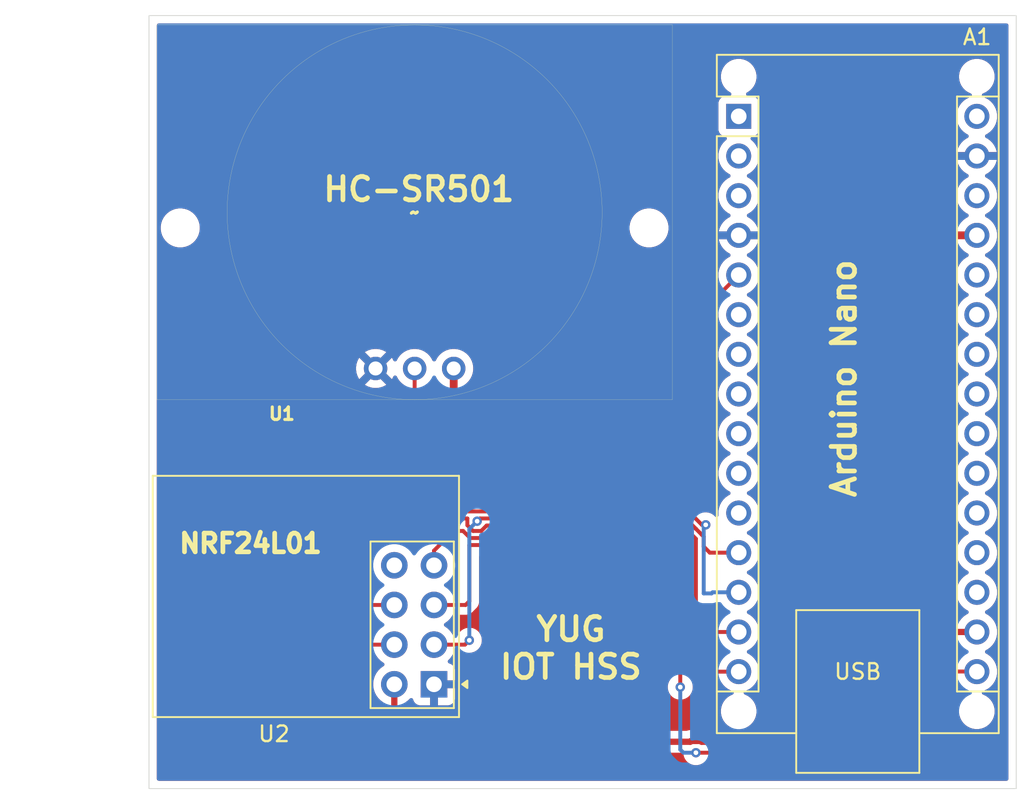
<source format=kicad_pcb>
(kicad_pcb (version 20241229) (generator "pcbnew") (generator_version "9.0")
  (title_block (title "IOT HSS-NODE") (date "2025-08-24") (rev "1"))
  (layers (0 "F.Cu" signal) (2 "B.Cu" signal) (13 "F.Paste" user) (15 "B.Paste" user) (5 "F.SilkS" user "F.Silkscreen") (7 "B.SilkS" user "B.Silkscreen") (1 "F.Mask" user) (3 "B.Mask" user) (25 "Edge.Cuts" user))
  (net 0 "")
  (net 2 "Net-(A1-D9)")
  (net 6 "Net-(A1-D12)")
  (net 8 "Net-(A1-D10)")
  (net 9 "Net-(A1-D13)")
  (net 10 "+3.3V")
  (net 14 "Net-(A1-D2)")
  (net 20 "Net-(A1-D11)")
  (net 22 "GND")
  (net 24 "+5V")
  (footprint "RF_Module:nRF24L01_Breakout(BORDER)" (layer "F.Cu") (at 94.74 76.82 180)
    (property "Reference" "U2" (at 10.24 -3.18 180) (layer "F.SilkS"))
    (property "Value" "NRF24L01")
    (fp_line (start 18 13.35) (end -1.6 13.35) (stroke (width 0.12)) (layer "F.SilkS"))
    (fp_line (start 18 -2.1) (end 18 13.35) (stroke (width 0.12)) (layer "F.SilkS"))
    (fp_line (start 4.064 9.144) (end -1.27 9.144) (stroke (width 0.12)) (layer "F.SilkS"))
    (fp_line (start 4.064 -1.524) (end 4.064 9.144) (stroke (width 0.12)) (layer "F.SilkS"))
    (fp_line (start -1.27 9.144) (end -1.27 9.144) (stroke (width 0.12)) (layer "F.SilkS"))
    (fp_line (start -1.27 9.144) (end -1.27 -1.524) (stroke (width 0.12)) (layer "F.SilkS"))
    (fp_line (start -1.27 -1.524) (end 4.064 -1.524) (stroke (width 0.12)) (layer "F.SilkS"))
    (fp_line (start -1.27 -1.524) (end -1.27 -1.524) (stroke (width 0.12)) (layer "F.SilkS"))
    (fp_line (start -1.6 13.35) (end -1.6 -2.1) (stroke (width 0.12)) (layer "F.SilkS"))
    (fp_line (start -1.6 -2.1) (end 18 -2.1) (stroke (width 0.12)) (layer "F.SilkS"))
    (fp_line (start -1.6 -2.1) (end -1.6 -2.1) (stroke (width 0.12)) (layer "F.SilkS"))
    (fp_poly (pts (xy -1.8 0) (xy -2.136 0.24) (xy -2.136 -0.24) (xy -1.8 0)) (stroke (width 0.12)) (fill yes) (layer "F.SilkS"))
    (pad "1" thru_hole rect (at 0 0 180) (size 1.7 1.7) (drill 1) (layers "*.Cu" "*.Mask") (net 22 "GND"))
    (pad "2" thru_hole circle (at 2.54 0 180) (size 1.7 1.7) (drill 1) (layers "*.Cu" "*.Mask") (net 10 "+3.3V"))
    (pad "3" thru_hole circle (at 0 2.54 180) (size 1.7 1.7) (drill 1) (layers "*.Cu" "*.Mask") (net 2 "Net-(A1-D9)"))
    (pad "4" thru_hole circle (at 2.54 2.54 180) (size 1.7 1.7) (drill 1) (layers "*.Cu" "*.Mask") (net 8 "Net-(A1-D10)"))
    (pad "5" thru_hole circle (at 0 5.08 180) (size 1.7 1.7) (drill 1) (layers "*.Cu" "*.Mask") (net 9 "Net-(A1-D13)"))
    (pad "6" thru_hole circle (at 2.54 5.08 180) (size 1.7 1.7) (drill 1) (layers "*.Cu" "*.Mask") (net 20 "Net-(A1-D11)"))
    (pad "7" thru_hole circle (at 0 7.62 180) (size 1.7 1.7) (drill 1) (layers "*.Cu" "*.Mask") (net 6 "Net-(A1-D12)"))
    (pad "8" thru_hole circle (at 2.54 7.62 180) (size 1.7 1.7) (drill 1) (layers "*.Cu" "*.Mask"))
  )
  (footprint "HC-SR501-master:HC-SR501" (layer "F.Cu") (at 93.5 46.595)
    (property "Reference" "U1" (at -8.5 12.905 0) (layer "F.SilkS") (effects (font (size 0.8 0.8) (thickness 0.2))))
    (property "Value" "~" (at 0 0 0) (layer "F.SilkS") (effects (font (size 0.8 0.8) (thickness 0.2))))
    (fp_line (start -16.5 -12) (end 16.5 -12) (stroke (width 0.01)) (layer "F.SilkS"))
    (fp_line (start -16.5 12) (end -16.5 -12) (stroke (width 0.01)) (layer "F.SilkS"))
    (fp_line (start 16.5 -12) (end 16.5 12) (stroke (width 0.01)) (layer "F.SilkS"))
    (fp_line (start 16.5 12) (end -16.5 12) (stroke (width 0.01)) (layer "F.SilkS"))
    (fp_circle (center 0 0) (end 0 12) (stroke (width 0.01)) (fill no) (layer "F.SilkS"))
    (pad "" np_thru_hole circle (at -15 1) (size 2 2) (drill 2) (layers "*.Cu" "*.Mask"))
    (pad "" np_thru_hole circle (at 15 1) (size 2 2) (drill 2) (layers "*.Cu" "*.Mask"))
    (pad "1" thru_hole circle (at -2.5 10) (size 1.5 1.5) (drill 0.9) (layers "*.Cu" "*.Mask") (net 22 "GND"))
    (pad "2" thru_hole circle (at 0 10) (size 1.5 1.5) (drill 0.9) (layers "*.Cu" "*.Mask") (net 14 "Net-(A1-D2)"))
    (pad "3" thru_hole circle (at 2.5 10) (size 1.5 1.5) (drill 0.9) (layers "*.Cu" "*.Mask") (net 24 "+5V"))
  )
  (footprint "Module:Arduino_Nano_WithMountingHoles" (layer "F.Cu") (at 114.2395 40.45)
    (property "Reference" "A1" (at 15.2605 -5.08 0) (layer "F.SilkS"))
    (property "Value" "Arduino_Nano_v3.x")
    (fp_line (start -1.4 -3.94) (end -1.4 -1.27) (stroke (width 0.12)) (layer "F.SilkS"))
    (fp_line (start -1.4 1.27) (end -1.4 39.5) (stroke (width 0.12)) (layer "F.SilkS"))
    (fp_line (start -1.4 39.5) (end 3.68 39.5) (stroke (width 0.12)) (layer "F.SilkS"))
    (fp_line (start 1.27 -1.27) (end -1.4 -1.27) (stroke (width 0.12)) (layer "F.SilkS"))
    (fp_line (start 1.27 1.27) (end -1.4 1.27) (stroke (width 0.12)) (layer "F.SilkS"))
    (fp_line (start 1.27 1.27) (end 1.27 -1.27) (stroke (width 0.12)) (layer "F.SilkS"))
    (fp_line (start 1.27 1.27) (end 1.27 36.83) (stroke (width 0.12)) (layer "F.SilkS"))
    (fp_line (start 1.27 36.83) (end -1.4 36.83) (stroke (width 0.12)) (layer "F.SilkS"))
    (fp_line (start 3.68 31.62) (end 11.56 31.62) (stroke (width 0.12)) (layer "F.SilkS"))
    (fp_line (start 3.68 42.04) (end 3.68 31.62) (stroke (width 0.12)) (layer "F.SilkS"))
    (fp_line (start 11.56 31.62) (end 11.56 42.04) (stroke (width 0.12)) (layer "F.SilkS"))
    (fp_line (start 11.56 42.04) (end 3.68 42.04) (stroke (width 0.12)) (layer "F.SilkS"))
    (fp_line (start 13.97 -1.27) (end 13.97 36.83) (stroke (width 0.12)) (layer "F.SilkS"))
    (fp_line (start 13.97 -1.27) (end 16.64 -1.27) (stroke (width 0.12)) (layer "F.SilkS"))
    (fp_line (start 13.97 36.83) (end 16.64 36.83) (stroke (width 0.12)) (layer "F.SilkS"))
    (fp_line (start 16.64 -3.94) (end -1.4 -3.94) (stroke (width 0.12)) (layer "F.SilkS"))
    (fp_line (start 16.64 39.5) (end 11.56 39.5) (stroke (width 0.12)) (layer "F.SilkS"))
    (fp_line (start 16.64 39.5) (end 16.64 -3.94) (stroke (width 0.12)) (layer "F.SilkS"))
    (fp_text user "USB" (at 7.62 35.56 0) (layer "F.SilkS"))
    (pad "" np_thru_hole circle (at 0 -2.54) (size 1.78 1.78) (drill 1.78) (layers "*.Cu" "*.Mask"))
    (pad "" np_thru_hole circle (at 0 38.1) (size 1.78 1.78) (drill 1.78) (layers "*.Cu" "*.Mask"))
    (pad "" np_thru_hole circle (at 15.24 -2.54) (size 1.78 1.78) (drill 1.78) (layers "*.Cu" "*.Mask"))
    (pad "" np_thru_hole circle (at 15.24 38.1) (size 1.78 1.78) (drill 1.78) (layers "*.Cu" "*.Mask"))
    (pad "1" thru_hole rect (at 0 0) (size 1.6 1.6) (drill 1) (layers "*.Cu" "*.Mask"))
    (pad "2" thru_hole oval (at 0 2.54) (size 1.6 1.6) (drill 1) (layers "*.Cu" "*.Mask"))
    (pad "3" thru_hole oval (at 0 5.08) (size 1.6 1.6) (drill 1) (layers "*.Cu" "*.Mask"))
    (pad "4" thru_hole oval (at 0 7.62) (size 1.6 1.6) (drill 1) (layers "*.Cu" "*.Mask") (net 22 "GND"))
    (pad "5" thru_hole oval (at 0 10.16) (size 1.6 1.6) (drill 1) (layers "*.Cu" "*.Mask") (net 14 "Net-(A1-D2)"))
    (pad "6" thru_hole oval (at 0 12.7) (size 1.6 1.6) (drill 1) (layers "*.Cu" "*.Mask"))
    (pad "7" thru_hole oval (at 0 15.24) (size 1.6 1.6) (drill 1) (layers "*.Cu" "*.Mask"))
    (pad "8" thru_hole oval (at 0 17.78) (size 1.6 1.6) (drill 1) (layers "*.Cu" "*.Mask"))
    (pad "9" thru_hole oval (at 0 20.32) (size 1.6 1.6) (drill 1) (layers "*.Cu" "*.Mask"))
    (pad "10" thru_hole oval (at 0 22.86) (size 1.6 1.6) (drill 1) (layers "*.Cu" "*.Mask"))
    (pad "11" thru_hole oval (at 0 25.4) (size 1.6 1.6) (drill 1) (layers "*.Cu" "*.Mask"))
    (pad "12" thru_hole oval (at 0 27.94) (size 1.6 1.6) (drill 1) (layers "*.Cu" "*.Mask") (net 2 "Net-(A1-D9)"))
    (pad "13" thru_hole oval (at 0 30.48) (size 1.6 1.6) (drill 1) (layers "*.Cu" "*.Mask") (net 8 "Net-(A1-D10)"))
    (pad "14" thru_hole oval (at 0 33.02) (size 1.6 1.6) (drill 1) (layers "*.Cu" "*.Mask") (net 20 "Net-(A1-D11)"))
    (pad "15" thru_hole oval (at 0 35.56) (size 1.6 1.6) (drill 1) (layers "*.Cu" "*.Mask") (net 6 "Net-(A1-D12)"))
    (pad "16" thru_hole oval (at 15.24 35.56) (size 1.6 1.6) (drill 1) (layers "*.Cu" "*.Mask") (net 9 "Net-(A1-D13)"))
    (pad "17" thru_hole oval (at 15.24 33.02) (size 1.6 1.6) (drill 1) (layers "*.Cu" "*.Mask") (net 10 "+3.3V"))
    (pad "18" thru_hole oval (at 15.24 30.48) (size 1.6 1.6) (drill 1) (layers "*.Cu" "*.Mask"))
    (pad "19" thru_hole oval (at 15.24 27.94) (size 1.6 1.6) (drill 1) (layers "*.Cu" "*.Mask"))
    (pad "20" thru_hole oval (at 15.24 25.4) (size 1.6 1.6) (drill 1) (layers "*.Cu" "*.Mask"))
    (pad "21" thru_hole oval (at 15.24 22.86) (size 1.6 1.6) (drill 1) (layers "*.Cu" "*.Mask"))
    (pad "22" thru_hole oval (at 15.24 20.32) (size 1.6 1.6) (drill 1) (layers "*.Cu" "*.Mask"))
    (pad "23" thru_hole oval (at 15.24 17.78) (size 1.6 1.6) (drill 1) (layers "*.Cu" "*.Mask"))
    (pad "24" thru_hole oval (at 15.24 15.24) (size 1.6 1.6) (drill 1) (layers "*.Cu" "*.Mask"))
    (pad "25" thru_hole oval (at 15.24 12.7) (size 1.6 1.6) (drill 1) (layers "*.Cu" "*.Mask"))
    (pad "26" thru_hole oval (at 15.24 10.16) (size 1.6 1.6) (drill 1) (layers "*.Cu" "*.Mask"))
    (pad "27" thru_hole oval (at 15.24 7.62) (size 1.6 1.6) (drill 1) (layers "*.Cu" "*.Mask") (net 24 "+5V"))
    (pad "28" thru_hole oval (at 15.24 5.08) (size 1.6 1.6) (drill 1) (layers "*.Cu" "*.Mask"))
    (pad "29" thru_hole oval (at 15.24 2.54) (size 1.6 1.6) (drill 1) (layers "*.Cu" "*.Mask") (net 22 "GND"))
    (pad "30" thru_hole oval (at 15.24 0) (size 1.6 1.6) (drill 1) (layers "*.Cu" "*.Mask"))
  )
  (gr_rect (start 76.5 34) (end 132 83.5) (stroke (width 0.05)) (fill no) (layer "Edge.Cuts"))
  (gr_text "YUG\nIOT HSS" (at 103.5 74.5 0) (layer "F.SilkS") (effects (font (size 1.5 1.5) (thickness 0.3) (bold yes))))
  (gr_text "HC-SR501" (at 87.5 46 0) (layer "F.SilkS") (effects (font (size 1.5 1.5) (thickness 0.3) (bold yes)) (justify left bottom)))
  (gr_text "NRF24L01" (at 83 68.5 0) (layer "F.SilkS") (effects (font (size 1.2 1.2) (thickness 0.3) (bold yes)) (justify bottom)))
  (gr_text "Arduino Nano" (at 121.8495 65 90) (layer "F.SilkS") (effects (font (size 1.5 1.5) (thickness 0.3) (bold yes)) (justify left bottom)))
  (segment (start 112 68) (end 112.39 68.39) (width 0.25) (layer "F.Cu") (net 2))
  (segment (start 111.503442 66.867046) (end 111.870144 67.233748) (width 0.25) (layer "F.Cu") (net 2))
  (segment (start 112.39 68.39) (end 114.2395 68.39) (width 0.25) (layer "F.Cu") (net 2))
  (segment (start 94.74 74.28) (end 96.72 74.28) (width 0.25) (layer "F.Cu") (net 2))
  (segment (start 110.83781 66.2) (end 111.503442 66.865632) (width 0.25) (layer "F.Cu") (net 2))
  (segment (start 111.503442 66.865632) (end 111.503442 66.867046) (width 0.25) (layer "F.Cu") (net 2))
  (segment (start 112 67.36219) (end 112 68) (width 0.25) (layer "F.Cu") (net 2))
  (segment (start 96.72 74.28) (end 97 74) (width 0.25) (layer "F.Cu") (net 2))
  (segment (start 97.675 66.2) (end 110.83781 66.2) (width 0.25) (layer "F.Cu") (net 2))
  (segment (start 111.871558 67.233748) (end 112 67.36219) (width 0.25) (layer "F.Cu") (net 2))
  (segment (start 111.870144 67.233748) (end 111.871558 67.233748) (width 0.25) (layer "F.Cu") (net 2))
  (segment (start 97.5 66.375) (end 97.675 66.2) (width 0.25) (layer "F.Cu") (net 2))
  (via (at 97 74) (size 0.6) (drill 0.3) (layers "F.Cu" "B.Cu") (net 2))
  (via (at 97.5 66.375) (size 0.6) (drill 0.3) (layers "F.Cu" "B.Cu") (net 2))
  (segment (start 97 66.875) (end 97.5 66.375) (width 0.25) (layer "B.Cu") (net 2))
  (segment (start 97 74) (end 97 66.875) (width 0.25) (layer "B.Cu") (net 2))
  (segment (start 96 67) (end 96.601892 67) (width 0.25) (layer "F.Cu") (net 6))
  (segment (start 94.74 69.2) (end 94.74 68.26) (width 0.25) (layer "F.Cu") (net 6))
  (segment (start 97.946108 67.452) (end 98.296108 67.102) (width 0.25) (layer "F.Cu") (net 6))
  (segment (start 110.601442 67.239252) (end 110.601442 67.240666) (width 0.25) (layer "F.Cu") (net 6))
  (segment (start 110.601442 67.240666) (end 111 67.639224) (width 0.25) (layer "F.Cu") (net 6))
  (segment (start 111.51 76.01) (end 114.2395 76.01) (width 0.25) (layer "F.Cu") (net 6))
  (segment (start 111 67.639224) (end 111 75.5) (width 0.25) (layer "F.Cu") (net 6))
  (segment (start 98.296108 67.102) (end 110.46419 67.102) (width 0.25) (layer "F.Cu") (net 6))
  (segment (start 111 75.5) (end 111.51 76.01) (width 0.25) (layer "F.Cu") (net 6))
  (segment (start 96.601892 67) (end 97.053892 67.452) (width 0.25) (layer "F.Cu") (net 6))
  (segment (start 97.053892 67.452) (end 97.946108 67.452) (width 0.25) (layer "F.Cu") (net 6))
  (segment (start 110.46419 67.102) (end 110.601442 67.239252) (width 0.25) (layer "F.Cu") (net 6))
  (segment (start 94.74 68.26) (end 96 67) (width 0.25) (layer "F.Cu") (net 6))
  (segment (start 111.02462 65.749) (end 111.883368 66.607748) (width 0.25) (layer "F.Cu") (net 8))
  (segment (start 90.28 74.28) (end 89.5 73.5) (width 0.25) (layer "F.Cu") (net 8))
  (segment (start 90.251 65.749) (end 111.02462 65.749) (width 0.25) (layer "F.Cu") (net 8))
  (segment (start 92.2 74.28) (end 90.28 74.28) (width 0.25) (layer "F.Cu") (net 8))
  (segment (start 89.5 73.5) (end 89.5 66.5) (width 0.25) (layer "F.Cu") (net 8))
  (segment (start 111.883368 66.607748) (end 112.129442 66.607748) (width 0.25) (layer "F.Cu") (net 8))
  (segment (start 89.5 66.5) (end 90.251 65.749) (width 0.25) (layer "F.Cu") (net 8))
  (via (at 112.129442 66.607748) (size 0.6) (drill 0.3) (layers "F.Cu" "B.Cu") (net 8))
  (segment (start 112.57 70.93) (end 114.2395 70.93) (width 0.25) (layer "B.Cu") (net 8))
  (segment (start 112 66.73719) (end 112 71) (width 0.25) (layer "B.Cu") (net 8))
  (segment (start 112.5 71) (end 112.57 70.93) (width 0.25) (layer "B.Cu") (net 8))
  (segment (start 112 71) (end 112.5 71) (width 0.25) (layer "B.Cu") (net 8))
  (segment (start 112.129442 66.607748) (end 112 66.73719) (width 0.25) (layer "B.Cu") (net 8))
  (segment (start 110.5 67.777034) (end 110.5 77) (width 0.25) (layer "F.Cu") (net 9))
  (segment (start 97 71.5) (end 97 67.903) (width 0.25) (layer "F.Cu") (net 9))
  (segment (start 98.132918 67.903) (end 98.482918 67.553) (width 0.25) (layer "F.Cu") (net 9))
  (segment (start 98.482918 67.553) (end 110.275966 67.553) (width 0.25) (layer "F.Cu") (net 9))
  (segment (start 111.5 81.2) (end 126.614587 81.2) (width 0.25) (layer "F.Cu") (net 9))
  (segment (start 94.74 71.74) (end 96.76 71.74) (width 0.25) (layer "F.Cu") (net 9))
  (segment (start 110.275966 67.553) (end 110.5 67.777034) (width 0.25) (layer "F.Cu") (net 9))
  (segment (start 96.76 71.74) (end 97 71.5) (width 0.25) (layer "F.Cu") (net 9))
  (segment (start 129.4695 76) (end 129.4795 76.01) (width 0.25) (layer "F.Cu") (net 9))
  (segment (start 127.5 76) (end 129.4695 76) (width 0.25) (layer "F.Cu") (net 9))
  (segment (start 126.614587 81.2) (end 127.5 80.314587) (width 0.25) (layer "F.Cu") (net 9))
  (segment (start 97 67.903) (end 98.132918 67.903) (width 0.25) (layer "F.Cu") (net 9))
  (segment (start 127.5 80.314587) (end 127.5 76) (width 0.25) (layer "F.Cu") (net 9))
  (via (at 111.5 81.2) (size 0.6) (drill 0.3) (layers "F.Cu" "B.Cu") (net 9))
  (via (at 110.5 77) (size 0.6) (drill 0.3) (layers "F.Cu" "B.Cu") (net 9))
  (segment (start 110.5 77) (end 110.5 81) (width 0.25) (layer "B.Cu") (net 9))
  (segment (start 110.7 81.2) (end 111.5 81.2) (width 0.25) (layer "B.Cu") (net 9))
  (segment (start 110.5 81) (end 110.7 81.2) (width 0.25) (layer "B.Cu") (net 9))
  (segment (start 111.862075 80.5) (end 111.811075 80.449) (width 0.4) (layer "F.Cu") (net 10))
  (segment (start 93 80.5) (end 92.2 79.7) (width 0.4) (layer "F.Cu") (net 10))
  (segment (start 127.53 73.47) (end 126.5 74.5) (width 0.4) (layer "F.Cu") (net 10))
  (segment (start 129.4795 73.47) (end 127.53 73.47) (width 0.4) (layer "F.Cu") (net 10))
  (segment (start 111.811075 80.449) (end 111.188925 80.449) (width 0.4) (layer "F.Cu") (net 10))
  (segment (start 111.188925 80.449) (end 111.137925 80.5) (width 0.4) (layer "F.Cu") (net 10))
  (segment (start 126.5 74.5) (end 126.5 80.5) (width 0.4) (layer "F.Cu") (net 10))
  (segment (start 92.2 79.7) (end 92.2 76.82) (width 0.4) (layer "F.Cu") (net 10))
  (segment (start 111.137925 80.5) (end 93 80.5) (width 0.4) (layer "F.Cu") (net 10))
  (segment (start 126.5 80.5) (end 111.862075 80.5) (width 0.4) (layer "F.Cu") (net 10))
  (segment (start 93.5 59.5) (end 94.5 60.5) (width 0.25) (layer "F.Cu") (net 14))
  (segment (start 94.5 60.5) (end 111.5 60.5) (width 0.25) (layer "F.Cu") (net 14))
  (segment (start 111.5 60.5) (end 112 60) (width 0.25) (layer "F.Cu") (net 14))
  (segment (start 93.5 56.595) (end 93.5 59.5) (width 0.25) (layer "F.Cu") (net 14))
  (segment (start 112 60) (end 112 52.8495) (width 0.25) (layer "F.Cu") (net 14))
  (segment (start 112 52.8495) (end 114.2395 50.61) (width 0.25) (layer "F.Cu") (net 14))
  (segment (start 97.759298 67.001) (end 98.109298 66.651) (width 0.25) (layer "F.Cu") (net 20))
  (segment (start 111.052442 67.053856) (end 111.5 67.501414) (width 0.25) (layer "F.Cu") (net 20))
  (segment (start 92.2 71.74) (end 90.24 71.74) (width 0.25) (layer "F.Cu") (net 20))
  (segment (start 111.5 73) (end 112 73.5) (width 0.25) (layer "F.Cu") (net 20))
  (segment (start 96.874 66.634298) (end 97.240702 67.001) (width 0.25) (layer "F.Cu") (net 20))
  (segment (start 112.03 73.47) (end 114.2395 73.47) (width 0.25) (layer "F.Cu") (net 20))
  (segment (start 90 71.5) (end 90 66.63781) (width 0.25) (layer "F.Cu") (net 20))
  (segment (start 111.5 67.501414) (end 111.5 73) (width 0.25) (layer "F.Cu") (net 20))
  (segment (start 90.24 71.74) (end 90 71.5) (width 0.25) (layer "F.Cu") (net 20))
  (segment (start 96.874 66.2) (end 96.874 66.634298) (width 0.25) (layer "F.Cu") (net 20))
  (segment (start 110.651 66.651) (end 111.052442 67.052442) (width 0.25) (layer "F.Cu") (net 20))
  (segment (start 98.109298 66.651) (end 110.651 66.651) (width 0.25) (layer "F.Cu") (net 20))
  (segment (start 112 73.5) (end 112.03 73.47) (width 0.25) (layer "F.Cu") (net 20))
  (segment (start 97.240702 67.001) (end 97.759298 67.001) (width 0.25) (layer "F.Cu") (net 20))
  (segment (start 90.43781 66.2) (end 96.874 66.2) (width 0.25) (layer "F.Cu") (net 20))
  (segment (start 90 66.63781) (end 90.43781 66.2) (width 0.25) (layer "F.Cu") (net 20))
  (segment (start 111.052442 67.052442) (end 111.052442 67.053856) (width 0.25) (layer "F.Cu") (net 20))
  (segment (start 96.874 59.874) (end 111.126 59.874) (width 0.5) (layer "F.Cu") (net 24))
  (segment (start 111.126 59.874) (end 111.374 59.626) (width 0.5) (layer "F.Cu") (net 24))
  (segment (start 111.374 59.626) (end 111.374 36.626) (width 0.5) (layer "F.Cu") (net 24))
  (segment (start 128.07 48.07) (end 129.4795 48.07) (width 0.5) (layer "F.Cu") (net 24))
  (segment (start 111.374 36.626) (end 112.5 35.5) (width 0.5) (layer "F.Cu") (net 24))
  (segment (start 96 59) (end 96.874 59.874) (width 0.5) (layer "F.Cu") (net 24))
  (segment (start 112.5 35.5) (end 126 35.5) (width 0.5) (layer "F.Cu") (net 24))
  (segment (start 127 47) (end 128.07 48.07) (width 0.5) (layer "F.Cu") (net 24))
  (segment (start 126 35.5) (end 127 36.5) (width 0.5) (layer "F.Cu") (net 24))
  (segment (start 96 56.595) (end 96 59) (width 0.5) (layer "F.Cu") (net 24))
  (segment (start 127 36.5) (end 127 47) (width 0.5) (layer "F.Cu") (net 24))
  (zone (net 22) (net_name "GND") (layers "F.Cu" "B.Cu") (connect_pads (clearance 0.5)) (min_thickness 0.25) (fill yes (thermal_gap 0.5) (thermal_bridge_width 0.5))
    (polygon (pts (xy 75.5 33) (xy 75.5 84.5) (xy 132.5 84.5) (xy 132.5 33)))
  )
)
</source>
